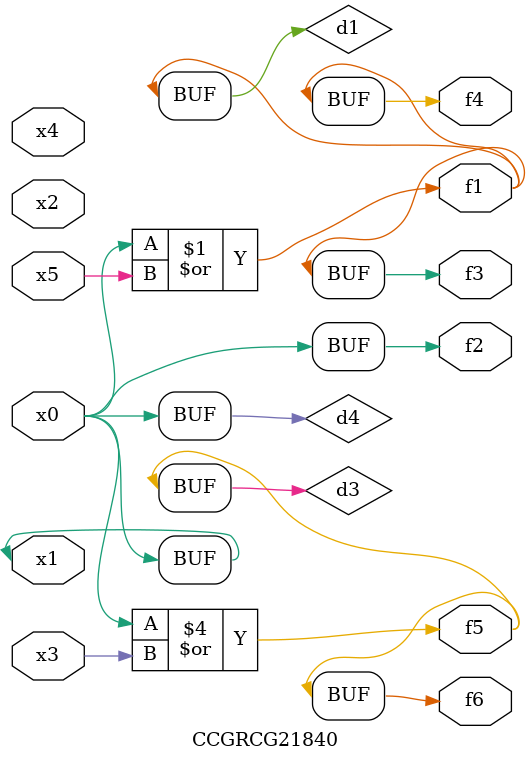
<source format=v>
module CCGRCG21840(
	input x0, x1, x2, x3, x4, x5,
	output f1, f2, f3, f4, f5, f6
);

	wire d1, d2, d3, d4;

	or (d1, x0, x5);
	xnor (d2, x1, x4);
	or (d3, x0, x3);
	buf (d4, x0, x1);
	assign f1 = d1;
	assign f2 = d4;
	assign f3 = d1;
	assign f4 = d1;
	assign f5 = d3;
	assign f6 = d3;
endmodule

</source>
